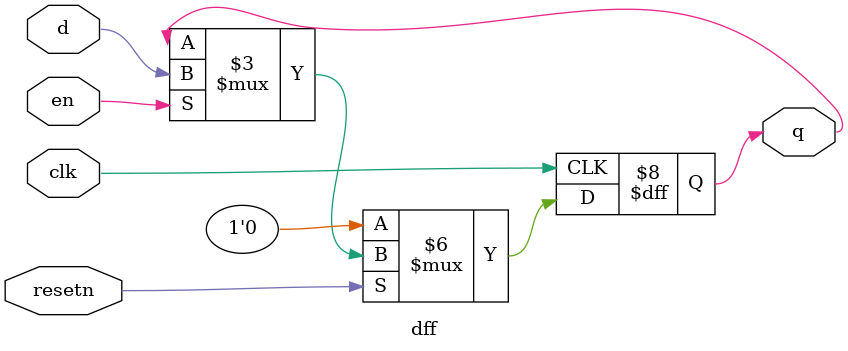
<source format=v>


`timescale 1ns/10ps

module dff (
    resetn,
    en,
    q,
    d,
    clk
);


input resetn;
input en;
output q;
reg q;
input d;
input clk;






always @(posedge clk) begin: DFF_LOGIC
    if (resetn == 0) begin
        q <= 0;
    end
    else begin
        if (en) begin
            q <= d;
        end
    end
end

endmodule

</source>
